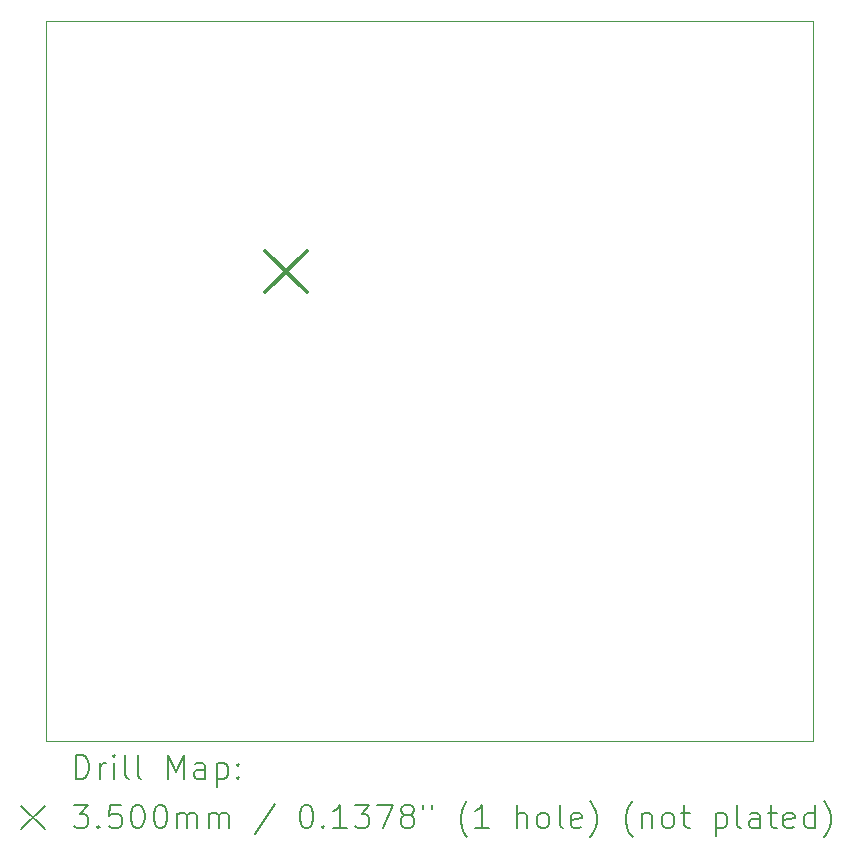
<source format=gbr>
%TF.GenerationSoftware,KiCad,Pcbnew,7.0.9*%
%TF.CreationDate,2025-08-10T16:07:43+02:00*%
%TF.ProjectId,Kicad_Projet_Sons_HW896_V1,4b696361-645f-4507-926f-6a65745f536f,rev?*%
%TF.SameCoordinates,Original*%
%TF.FileFunction,Drillmap*%
%TF.FilePolarity,Positive*%
%FSLAX45Y45*%
G04 Gerber Fmt 4.5, Leading zero omitted, Abs format (unit mm)*
G04 Created by KiCad (PCBNEW 7.0.9) date 2025-08-10 16:07:43*
%MOMM*%
%LPD*%
G01*
G04 APERTURE LIST*
%ADD10C,0.100000*%
%ADD11C,0.200000*%
%ADD12C,0.350000*%
G04 APERTURE END LIST*
D10*
X11300000Y-10800000D02*
X11300000Y-4700000D01*
X17800000Y-4700000D02*
X17800000Y-10800000D01*
X11300000Y-4700000D02*
X17800000Y-4700000D01*
X17800000Y-10800000D02*
X11300000Y-10800000D01*
D11*
D12*
X13160000Y-6644900D02*
X13510000Y-6994900D01*
X13510000Y-6644900D02*
X13160000Y-6994900D01*
D11*
X11555777Y-11116484D02*
X11555777Y-10916484D01*
X11555777Y-10916484D02*
X11603396Y-10916484D01*
X11603396Y-10916484D02*
X11631967Y-10926008D01*
X11631967Y-10926008D02*
X11651015Y-10945055D01*
X11651015Y-10945055D02*
X11660539Y-10964103D01*
X11660539Y-10964103D02*
X11670062Y-11002198D01*
X11670062Y-11002198D02*
X11670062Y-11030770D01*
X11670062Y-11030770D02*
X11660539Y-11068865D01*
X11660539Y-11068865D02*
X11651015Y-11087912D01*
X11651015Y-11087912D02*
X11631967Y-11106960D01*
X11631967Y-11106960D02*
X11603396Y-11116484D01*
X11603396Y-11116484D02*
X11555777Y-11116484D01*
X11755777Y-11116484D02*
X11755777Y-10983150D01*
X11755777Y-11021246D02*
X11765301Y-11002198D01*
X11765301Y-11002198D02*
X11774824Y-10992674D01*
X11774824Y-10992674D02*
X11793872Y-10983150D01*
X11793872Y-10983150D02*
X11812920Y-10983150D01*
X11879586Y-11116484D02*
X11879586Y-10983150D01*
X11879586Y-10916484D02*
X11870062Y-10926008D01*
X11870062Y-10926008D02*
X11879586Y-10935531D01*
X11879586Y-10935531D02*
X11889110Y-10926008D01*
X11889110Y-10926008D02*
X11879586Y-10916484D01*
X11879586Y-10916484D02*
X11879586Y-10935531D01*
X12003396Y-11116484D02*
X11984348Y-11106960D01*
X11984348Y-11106960D02*
X11974824Y-11087912D01*
X11974824Y-11087912D02*
X11974824Y-10916484D01*
X12108158Y-11116484D02*
X12089110Y-11106960D01*
X12089110Y-11106960D02*
X12079586Y-11087912D01*
X12079586Y-11087912D02*
X12079586Y-10916484D01*
X12336729Y-11116484D02*
X12336729Y-10916484D01*
X12336729Y-10916484D02*
X12403396Y-11059341D01*
X12403396Y-11059341D02*
X12470062Y-10916484D01*
X12470062Y-10916484D02*
X12470062Y-11116484D01*
X12651015Y-11116484D02*
X12651015Y-11011722D01*
X12651015Y-11011722D02*
X12641491Y-10992674D01*
X12641491Y-10992674D02*
X12622443Y-10983150D01*
X12622443Y-10983150D02*
X12584348Y-10983150D01*
X12584348Y-10983150D02*
X12565301Y-10992674D01*
X12651015Y-11106960D02*
X12631967Y-11116484D01*
X12631967Y-11116484D02*
X12584348Y-11116484D01*
X12584348Y-11116484D02*
X12565301Y-11106960D01*
X12565301Y-11106960D02*
X12555777Y-11087912D01*
X12555777Y-11087912D02*
X12555777Y-11068865D01*
X12555777Y-11068865D02*
X12565301Y-11049817D01*
X12565301Y-11049817D02*
X12584348Y-11040293D01*
X12584348Y-11040293D02*
X12631967Y-11040293D01*
X12631967Y-11040293D02*
X12651015Y-11030770D01*
X12746253Y-10983150D02*
X12746253Y-11183150D01*
X12746253Y-10992674D02*
X12765301Y-10983150D01*
X12765301Y-10983150D02*
X12803396Y-10983150D01*
X12803396Y-10983150D02*
X12822443Y-10992674D01*
X12822443Y-10992674D02*
X12831967Y-11002198D01*
X12831967Y-11002198D02*
X12841491Y-11021246D01*
X12841491Y-11021246D02*
X12841491Y-11078389D01*
X12841491Y-11078389D02*
X12831967Y-11097436D01*
X12831967Y-11097436D02*
X12822443Y-11106960D01*
X12822443Y-11106960D02*
X12803396Y-11116484D01*
X12803396Y-11116484D02*
X12765301Y-11116484D01*
X12765301Y-11116484D02*
X12746253Y-11106960D01*
X12927205Y-11097436D02*
X12936729Y-11106960D01*
X12936729Y-11106960D02*
X12927205Y-11116484D01*
X12927205Y-11116484D02*
X12917682Y-11106960D01*
X12917682Y-11106960D02*
X12927205Y-11097436D01*
X12927205Y-11097436D02*
X12927205Y-11116484D01*
X12927205Y-10992674D02*
X12936729Y-11002198D01*
X12936729Y-11002198D02*
X12927205Y-11011722D01*
X12927205Y-11011722D02*
X12917682Y-11002198D01*
X12917682Y-11002198D02*
X12927205Y-10992674D01*
X12927205Y-10992674D02*
X12927205Y-11011722D01*
X11095000Y-11345000D02*
X11295000Y-11545000D01*
X11295000Y-11345000D02*
X11095000Y-11545000D01*
X11536729Y-11336484D02*
X11660539Y-11336484D01*
X11660539Y-11336484D02*
X11593872Y-11412674D01*
X11593872Y-11412674D02*
X11622443Y-11412674D01*
X11622443Y-11412674D02*
X11641491Y-11422198D01*
X11641491Y-11422198D02*
X11651015Y-11431722D01*
X11651015Y-11431722D02*
X11660539Y-11450769D01*
X11660539Y-11450769D02*
X11660539Y-11498388D01*
X11660539Y-11498388D02*
X11651015Y-11517436D01*
X11651015Y-11517436D02*
X11641491Y-11526960D01*
X11641491Y-11526960D02*
X11622443Y-11536484D01*
X11622443Y-11536484D02*
X11565301Y-11536484D01*
X11565301Y-11536484D02*
X11546253Y-11526960D01*
X11546253Y-11526960D02*
X11536729Y-11517436D01*
X11746253Y-11517436D02*
X11755777Y-11526960D01*
X11755777Y-11526960D02*
X11746253Y-11536484D01*
X11746253Y-11536484D02*
X11736729Y-11526960D01*
X11736729Y-11526960D02*
X11746253Y-11517436D01*
X11746253Y-11517436D02*
X11746253Y-11536484D01*
X11936729Y-11336484D02*
X11841491Y-11336484D01*
X11841491Y-11336484D02*
X11831967Y-11431722D01*
X11831967Y-11431722D02*
X11841491Y-11422198D01*
X11841491Y-11422198D02*
X11860539Y-11412674D01*
X11860539Y-11412674D02*
X11908158Y-11412674D01*
X11908158Y-11412674D02*
X11927205Y-11422198D01*
X11927205Y-11422198D02*
X11936729Y-11431722D01*
X11936729Y-11431722D02*
X11946253Y-11450769D01*
X11946253Y-11450769D02*
X11946253Y-11498388D01*
X11946253Y-11498388D02*
X11936729Y-11517436D01*
X11936729Y-11517436D02*
X11927205Y-11526960D01*
X11927205Y-11526960D02*
X11908158Y-11536484D01*
X11908158Y-11536484D02*
X11860539Y-11536484D01*
X11860539Y-11536484D02*
X11841491Y-11526960D01*
X11841491Y-11526960D02*
X11831967Y-11517436D01*
X12070062Y-11336484D02*
X12089110Y-11336484D01*
X12089110Y-11336484D02*
X12108158Y-11346008D01*
X12108158Y-11346008D02*
X12117682Y-11355531D01*
X12117682Y-11355531D02*
X12127205Y-11374579D01*
X12127205Y-11374579D02*
X12136729Y-11412674D01*
X12136729Y-11412674D02*
X12136729Y-11460293D01*
X12136729Y-11460293D02*
X12127205Y-11498388D01*
X12127205Y-11498388D02*
X12117682Y-11517436D01*
X12117682Y-11517436D02*
X12108158Y-11526960D01*
X12108158Y-11526960D02*
X12089110Y-11536484D01*
X12089110Y-11536484D02*
X12070062Y-11536484D01*
X12070062Y-11536484D02*
X12051015Y-11526960D01*
X12051015Y-11526960D02*
X12041491Y-11517436D01*
X12041491Y-11517436D02*
X12031967Y-11498388D01*
X12031967Y-11498388D02*
X12022443Y-11460293D01*
X12022443Y-11460293D02*
X12022443Y-11412674D01*
X12022443Y-11412674D02*
X12031967Y-11374579D01*
X12031967Y-11374579D02*
X12041491Y-11355531D01*
X12041491Y-11355531D02*
X12051015Y-11346008D01*
X12051015Y-11346008D02*
X12070062Y-11336484D01*
X12260539Y-11336484D02*
X12279586Y-11336484D01*
X12279586Y-11336484D02*
X12298634Y-11346008D01*
X12298634Y-11346008D02*
X12308158Y-11355531D01*
X12308158Y-11355531D02*
X12317682Y-11374579D01*
X12317682Y-11374579D02*
X12327205Y-11412674D01*
X12327205Y-11412674D02*
X12327205Y-11460293D01*
X12327205Y-11460293D02*
X12317682Y-11498388D01*
X12317682Y-11498388D02*
X12308158Y-11517436D01*
X12308158Y-11517436D02*
X12298634Y-11526960D01*
X12298634Y-11526960D02*
X12279586Y-11536484D01*
X12279586Y-11536484D02*
X12260539Y-11536484D01*
X12260539Y-11536484D02*
X12241491Y-11526960D01*
X12241491Y-11526960D02*
X12231967Y-11517436D01*
X12231967Y-11517436D02*
X12222443Y-11498388D01*
X12222443Y-11498388D02*
X12212920Y-11460293D01*
X12212920Y-11460293D02*
X12212920Y-11412674D01*
X12212920Y-11412674D02*
X12222443Y-11374579D01*
X12222443Y-11374579D02*
X12231967Y-11355531D01*
X12231967Y-11355531D02*
X12241491Y-11346008D01*
X12241491Y-11346008D02*
X12260539Y-11336484D01*
X12412920Y-11536484D02*
X12412920Y-11403150D01*
X12412920Y-11422198D02*
X12422443Y-11412674D01*
X12422443Y-11412674D02*
X12441491Y-11403150D01*
X12441491Y-11403150D02*
X12470063Y-11403150D01*
X12470063Y-11403150D02*
X12489110Y-11412674D01*
X12489110Y-11412674D02*
X12498634Y-11431722D01*
X12498634Y-11431722D02*
X12498634Y-11536484D01*
X12498634Y-11431722D02*
X12508158Y-11412674D01*
X12508158Y-11412674D02*
X12527205Y-11403150D01*
X12527205Y-11403150D02*
X12555777Y-11403150D01*
X12555777Y-11403150D02*
X12574824Y-11412674D01*
X12574824Y-11412674D02*
X12584348Y-11431722D01*
X12584348Y-11431722D02*
X12584348Y-11536484D01*
X12679586Y-11536484D02*
X12679586Y-11403150D01*
X12679586Y-11422198D02*
X12689110Y-11412674D01*
X12689110Y-11412674D02*
X12708158Y-11403150D01*
X12708158Y-11403150D02*
X12736729Y-11403150D01*
X12736729Y-11403150D02*
X12755777Y-11412674D01*
X12755777Y-11412674D02*
X12765301Y-11431722D01*
X12765301Y-11431722D02*
X12765301Y-11536484D01*
X12765301Y-11431722D02*
X12774824Y-11412674D01*
X12774824Y-11412674D02*
X12793872Y-11403150D01*
X12793872Y-11403150D02*
X12822443Y-11403150D01*
X12822443Y-11403150D02*
X12841491Y-11412674D01*
X12841491Y-11412674D02*
X12851015Y-11431722D01*
X12851015Y-11431722D02*
X12851015Y-11536484D01*
X13241491Y-11326960D02*
X13070063Y-11584103D01*
X13498634Y-11336484D02*
X13517682Y-11336484D01*
X13517682Y-11336484D02*
X13536729Y-11346008D01*
X13536729Y-11346008D02*
X13546253Y-11355531D01*
X13546253Y-11355531D02*
X13555777Y-11374579D01*
X13555777Y-11374579D02*
X13565301Y-11412674D01*
X13565301Y-11412674D02*
X13565301Y-11460293D01*
X13565301Y-11460293D02*
X13555777Y-11498388D01*
X13555777Y-11498388D02*
X13546253Y-11517436D01*
X13546253Y-11517436D02*
X13536729Y-11526960D01*
X13536729Y-11526960D02*
X13517682Y-11536484D01*
X13517682Y-11536484D02*
X13498634Y-11536484D01*
X13498634Y-11536484D02*
X13479586Y-11526960D01*
X13479586Y-11526960D02*
X13470063Y-11517436D01*
X13470063Y-11517436D02*
X13460539Y-11498388D01*
X13460539Y-11498388D02*
X13451015Y-11460293D01*
X13451015Y-11460293D02*
X13451015Y-11412674D01*
X13451015Y-11412674D02*
X13460539Y-11374579D01*
X13460539Y-11374579D02*
X13470063Y-11355531D01*
X13470063Y-11355531D02*
X13479586Y-11346008D01*
X13479586Y-11346008D02*
X13498634Y-11336484D01*
X13651015Y-11517436D02*
X13660539Y-11526960D01*
X13660539Y-11526960D02*
X13651015Y-11536484D01*
X13651015Y-11536484D02*
X13641491Y-11526960D01*
X13641491Y-11526960D02*
X13651015Y-11517436D01*
X13651015Y-11517436D02*
X13651015Y-11536484D01*
X13851015Y-11536484D02*
X13736729Y-11536484D01*
X13793872Y-11536484D02*
X13793872Y-11336484D01*
X13793872Y-11336484D02*
X13774825Y-11365055D01*
X13774825Y-11365055D02*
X13755777Y-11384103D01*
X13755777Y-11384103D02*
X13736729Y-11393627D01*
X13917682Y-11336484D02*
X14041491Y-11336484D01*
X14041491Y-11336484D02*
X13974825Y-11412674D01*
X13974825Y-11412674D02*
X14003396Y-11412674D01*
X14003396Y-11412674D02*
X14022444Y-11422198D01*
X14022444Y-11422198D02*
X14031967Y-11431722D01*
X14031967Y-11431722D02*
X14041491Y-11450769D01*
X14041491Y-11450769D02*
X14041491Y-11498388D01*
X14041491Y-11498388D02*
X14031967Y-11517436D01*
X14031967Y-11517436D02*
X14022444Y-11526960D01*
X14022444Y-11526960D02*
X14003396Y-11536484D01*
X14003396Y-11536484D02*
X13946253Y-11536484D01*
X13946253Y-11536484D02*
X13927206Y-11526960D01*
X13927206Y-11526960D02*
X13917682Y-11517436D01*
X14108158Y-11336484D02*
X14241491Y-11336484D01*
X14241491Y-11336484D02*
X14155777Y-11536484D01*
X14346253Y-11422198D02*
X14327206Y-11412674D01*
X14327206Y-11412674D02*
X14317682Y-11403150D01*
X14317682Y-11403150D02*
X14308158Y-11384103D01*
X14308158Y-11384103D02*
X14308158Y-11374579D01*
X14308158Y-11374579D02*
X14317682Y-11355531D01*
X14317682Y-11355531D02*
X14327206Y-11346008D01*
X14327206Y-11346008D02*
X14346253Y-11336484D01*
X14346253Y-11336484D02*
X14384348Y-11336484D01*
X14384348Y-11336484D02*
X14403396Y-11346008D01*
X14403396Y-11346008D02*
X14412920Y-11355531D01*
X14412920Y-11355531D02*
X14422444Y-11374579D01*
X14422444Y-11374579D02*
X14422444Y-11384103D01*
X14422444Y-11384103D02*
X14412920Y-11403150D01*
X14412920Y-11403150D02*
X14403396Y-11412674D01*
X14403396Y-11412674D02*
X14384348Y-11422198D01*
X14384348Y-11422198D02*
X14346253Y-11422198D01*
X14346253Y-11422198D02*
X14327206Y-11431722D01*
X14327206Y-11431722D02*
X14317682Y-11441246D01*
X14317682Y-11441246D02*
X14308158Y-11460293D01*
X14308158Y-11460293D02*
X14308158Y-11498388D01*
X14308158Y-11498388D02*
X14317682Y-11517436D01*
X14317682Y-11517436D02*
X14327206Y-11526960D01*
X14327206Y-11526960D02*
X14346253Y-11536484D01*
X14346253Y-11536484D02*
X14384348Y-11536484D01*
X14384348Y-11536484D02*
X14403396Y-11526960D01*
X14403396Y-11526960D02*
X14412920Y-11517436D01*
X14412920Y-11517436D02*
X14422444Y-11498388D01*
X14422444Y-11498388D02*
X14422444Y-11460293D01*
X14422444Y-11460293D02*
X14412920Y-11441246D01*
X14412920Y-11441246D02*
X14403396Y-11431722D01*
X14403396Y-11431722D02*
X14384348Y-11422198D01*
X14498634Y-11336484D02*
X14498634Y-11374579D01*
X14574825Y-11336484D02*
X14574825Y-11374579D01*
X14870063Y-11612674D02*
X14860539Y-11603150D01*
X14860539Y-11603150D02*
X14841491Y-11574579D01*
X14841491Y-11574579D02*
X14831968Y-11555531D01*
X14831968Y-11555531D02*
X14822444Y-11526960D01*
X14822444Y-11526960D02*
X14812920Y-11479341D01*
X14812920Y-11479341D02*
X14812920Y-11441246D01*
X14812920Y-11441246D02*
X14822444Y-11393627D01*
X14822444Y-11393627D02*
X14831968Y-11365055D01*
X14831968Y-11365055D02*
X14841491Y-11346008D01*
X14841491Y-11346008D02*
X14860539Y-11317436D01*
X14860539Y-11317436D02*
X14870063Y-11307912D01*
X15051015Y-11536484D02*
X14936729Y-11536484D01*
X14993872Y-11536484D02*
X14993872Y-11336484D01*
X14993872Y-11336484D02*
X14974825Y-11365055D01*
X14974825Y-11365055D02*
X14955777Y-11384103D01*
X14955777Y-11384103D02*
X14936729Y-11393627D01*
X15289110Y-11536484D02*
X15289110Y-11336484D01*
X15374825Y-11536484D02*
X15374825Y-11431722D01*
X15374825Y-11431722D02*
X15365301Y-11412674D01*
X15365301Y-11412674D02*
X15346253Y-11403150D01*
X15346253Y-11403150D02*
X15317682Y-11403150D01*
X15317682Y-11403150D02*
X15298634Y-11412674D01*
X15298634Y-11412674D02*
X15289110Y-11422198D01*
X15498634Y-11536484D02*
X15479587Y-11526960D01*
X15479587Y-11526960D02*
X15470063Y-11517436D01*
X15470063Y-11517436D02*
X15460539Y-11498388D01*
X15460539Y-11498388D02*
X15460539Y-11441246D01*
X15460539Y-11441246D02*
X15470063Y-11422198D01*
X15470063Y-11422198D02*
X15479587Y-11412674D01*
X15479587Y-11412674D02*
X15498634Y-11403150D01*
X15498634Y-11403150D02*
X15527206Y-11403150D01*
X15527206Y-11403150D02*
X15546253Y-11412674D01*
X15546253Y-11412674D02*
X15555777Y-11422198D01*
X15555777Y-11422198D02*
X15565301Y-11441246D01*
X15565301Y-11441246D02*
X15565301Y-11498388D01*
X15565301Y-11498388D02*
X15555777Y-11517436D01*
X15555777Y-11517436D02*
X15546253Y-11526960D01*
X15546253Y-11526960D02*
X15527206Y-11536484D01*
X15527206Y-11536484D02*
X15498634Y-11536484D01*
X15679587Y-11536484D02*
X15660539Y-11526960D01*
X15660539Y-11526960D02*
X15651015Y-11507912D01*
X15651015Y-11507912D02*
X15651015Y-11336484D01*
X15831968Y-11526960D02*
X15812920Y-11536484D01*
X15812920Y-11536484D02*
X15774825Y-11536484D01*
X15774825Y-11536484D02*
X15755777Y-11526960D01*
X15755777Y-11526960D02*
X15746253Y-11507912D01*
X15746253Y-11507912D02*
X15746253Y-11431722D01*
X15746253Y-11431722D02*
X15755777Y-11412674D01*
X15755777Y-11412674D02*
X15774825Y-11403150D01*
X15774825Y-11403150D02*
X15812920Y-11403150D01*
X15812920Y-11403150D02*
X15831968Y-11412674D01*
X15831968Y-11412674D02*
X15841491Y-11431722D01*
X15841491Y-11431722D02*
X15841491Y-11450769D01*
X15841491Y-11450769D02*
X15746253Y-11469817D01*
X15908158Y-11612674D02*
X15917682Y-11603150D01*
X15917682Y-11603150D02*
X15936730Y-11574579D01*
X15936730Y-11574579D02*
X15946253Y-11555531D01*
X15946253Y-11555531D02*
X15955777Y-11526960D01*
X15955777Y-11526960D02*
X15965301Y-11479341D01*
X15965301Y-11479341D02*
X15965301Y-11441246D01*
X15965301Y-11441246D02*
X15955777Y-11393627D01*
X15955777Y-11393627D02*
X15946253Y-11365055D01*
X15946253Y-11365055D02*
X15936730Y-11346008D01*
X15936730Y-11346008D02*
X15917682Y-11317436D01*
X15917682Y-11317436D02*
X15908158Y-11307912D01*
X16270063Y-11612674D02*
X16260539Y-11603150D01*
X16260539Y-11603150D02*
X16241491Y-11574579D01*
X16241491Y-11574579D02*
X16231968Y-11555531D01*
X16231968Y-11555531D02*
X16222444Y-11526960D01*
X16222444Y-11526960D02*
X16212920Y-11479341D01*
X16212920Y-11479341D02*
X16212920Y-11441246D01*
X16212920Y-11441246D02*
X16222444Y-11393627D01*
X16222444Y-11393627D02*
X16231968Y-11365055D01*
X16231968Y-11365055D02*
X16241491Y-11346008D01*
X16241491Y-11346008D02*
X16260539Y-11317436D01*
X16260539Y-11317436D02*
X16270063Y-11307912D01*
X16346253Y-11403150D02*
X16346253Y-11536484D01*
X16346253Y-11422198D02*
X16355777Y-11412674D01*
X16355777Y-11412674D02*
X16374825Y-11403150D01*
X16374825Y-11403150D02*
X16403396Y-11403150D01*
X16403396Y-11403150D02*
X16422444Y-11412674D01*
X16422444Y-11412674D02*
X16431968Y-11431722D01*
X16431968Y-11431722D02*
X16431968Y-11536484D01*
X16555777Y-11536484D02*
X16536730Y-11526960D01*
X16536730Y-11526960D02*
X16527206Y-11517436D01*
X16527206Y-11517436D02*
X16517682Y-11498388D01*
X16517682Y-11498388D02*
X16517682Y-11441246D01*
X16517682Y-11441246D02*
X16527206Y-11422198D01*
X16527206Y-11422198D02*
X16536730Y-11412674D01*
X16536730Y-11412674D02*
X16555777Y-11403150D01*
X16555777Y-11403150D02*
X16584349Y-11403150D01*
X16584349Y-11403150D02*
X16603396Y-11412674D01*
X16603396Y-11412674D02*
X16612920Y-11422198D01*
X16612920Y-11422198D02*
X16622444Y-11441246D01*
X16622444Y-11441246D02*
X16622444Y-11498388D01*
X16622444Y-11498388D02*
X16612920Y-11517436D01*
X16612920Y-11517436D02*
X16603396Y-11526960D01*
X16603396Y-11526960D02*
X16584349Y-11536484D01*
X16584349Y-11536484D02*
X16555777Y-11536484D01*
X16679587Y-11403150D02*
X16755777Y-11403150D01*
X16708158Y-11336484D02*
X16708158Y-11507912D01*
X16708158Y-11507912D02*
X16717682Y-11526960D01*
X16717682Y-11526960D02*
X16736730Y-11536484D01*
X16736730Y-11536484D02*
X16755777Y-11536484D01*
X16974825Y-11403150D02*
X16974825Y-11603150D01*
X16974825Y-11412674D02*
X16993873Y-11403150D01*
X16993873Y-11403150D02*
X17031968Y-11403150D01*
X17031968Y-11403150D02*
X17051015Y-11412674D01*
X17051015Y-11412674D02*
X17060539Y-11422198D01*
X17060539Y-11422198D02*
X17070063Y-11441246D01*
X17070063Y-11441246D02*
X17070063Y-11498388D01*
X17070063Y-11498388D02*
X17060539Y-11517436D01*
X17060539Y-11517436D02*
X17051015Y-11526960D01*
X17051015Y-11526960D02*
X17031968Y-11536484D01*
X17031968Y-11536484D02*
X16993873Y-11536484D01*
X16993873Y-11536484D02*
X16974825Y-11526960D01*
X17184349Y-11536484D02*
X17165301Y-11526960D01*
X17165301Y-11526960D02*
X17155777Y-11507912D01*
X17155777Y-11507912D02*
X17155777Y-11336484D01*
X17346254Y-11536484D02*
X17346254Y-11431722D01*
X17346254Y-11431722D02*
X17336730Y-11412674D01*
X17336730Y-11412674D02*
X17317682Y-11403150D01*
X17317682Y-11403150D02*
X17279587Y-11403150D01*
X17279587Y-11403150D02*
X17260539Y-11412674D01*
X17346254Y-11526960D02*
X17327206Y-11536484D01*
X17327206Y-11536484D02*
X17279587Y-11536484D01*
X17279587Y-11536484D02*
X17260539Y-11526960D01*
X17260539Y-11526960D02*
X17251015Y-11507912D01*
X17251015Y-11507912D02*
X17251015Y-11488865D01*
X17251015Y-11488865D02*
X17260539Y-11469817D01*
X17260539Y-11469817D02*
X17279587Y-11460293D01*
X17279587Y-11460293D02*
X17327206Y-11460293D01*
X17327206Y-11460293D02*
X17346254Y-11450769D01*
X17412920Y-11403150D02*
X17489111Y-11403150D01*
X17441492Y-11336484D02*
X17441492Y-11507912D01*
X17441492Y-11507912D02*
X17451015Y-11526960D01*
X17451015Y-11526960D02*
X17470063Y-11536484D01*
X17470063Y-11536484D02*
X17489111Y-11536484D01*
X17631968Y-11526960D02*
X17612920Y-11536484D01*
X17612920Y-11536484D02*
X17574825Y-11536484D01*
X17574825Y-11536484D02*
X17555777Y-11526960D01*
X17555777Y-11526960D02*
X17546254Y-11507912D01*
X17546254Y-11507912D02*
X17546254Y-11431722D01*
X17546254Y-11431722D02*
X17555777Y-11412674D01*
X17555777Y-11412674D02*
X17574825Y-11403150D01*
X17574825Y-11403150D02*
X17612920Y-11403150D01*
X17612920Y-11403150D02*
X17631968Y-11412674D01*
X17631968Y-11412674D02*
X17641492Y-11431722D01*
X17641492Y-11431722D02*
X17641492Y-11450769D01*
X17641492Y-11450769D02*
X17546254Y-11469817D01*
X17812920Y-11536484D02*
X17812920Y-11336484D01*
X17812920Y-11526960D02*
X17793873Y-11536484D01*
X17793873Y-11536484D02*
X17755777Y-11536484D01*
X17755777Y-11536484D02*
X17736730Y-11526960D01*
X17736730Y-11526960D02*
X17727206Y-11517436D01*
X17727206Y-11517436D02*
X17717682Y-11498388D01*
X17717682Y-11498388D02*
X17717682Y-11441246D01*
X17717682Y-11441246D02*
X17727206Y-11422198D01*
X17727206Y-11422198D02*
X17736730Y-11412674D01*
X17736730Y-11412674D02*
X17755777Y-11403150D01*
X17755777Y-11403150D02*
X17793873Y-11403150D01*
X17793873Y-11403150D02*
X17812920Y-11412674D01*
X17889111Y-11612674D02*
X17898635Y-11603150D01*
X17898635Y-11603150D02*
X17917682Y-11574579D01*
X17917682Y-11574579D02*
X17927206Y-11555531D01*
X17927206Y-11555531D02*
X17936730Y-11526960D01*
X17936730Y-11526960D02*
X17946254Y-11479341D01*
X17946254Y-11479341D02*
X17946254Y-11441246D01*
X17946254Y-11441246D02*
X17936730Y-11393627D01*
X17936730Y-11393627D02*
X17927206Y-11365055D01*
X17927206Y-11365055D02*
X17917682Y-11346008D01*
X17917682Y-11346008D02*
X17898635Y-11317436D01*
X17898635Y-11317436D02*
X17889111Y-11307912D01*
M02*

</source>
